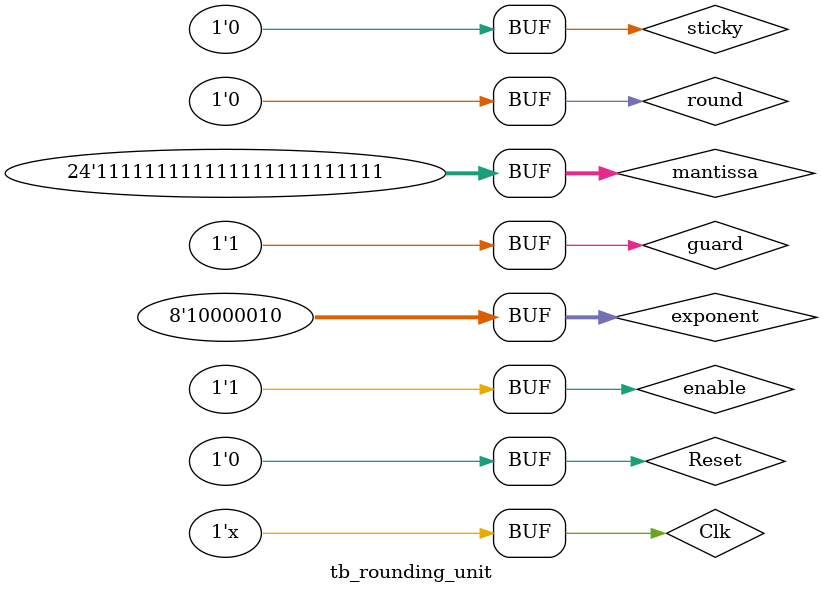
<source format=v>
`timescale 1ns / 1ps


module tb_rounding_unit();

reg Clk,enable,Reset;
reg [23:0]mantissa;
reg [7:0]exponent;
reg guard,round,sticky;

wire [23:0]rounded_mantissa;
wire [7:0]rounded_exponent;

rounding_unit uut(
    .Clk(Clk),
    .enable(enable),
    .Reset(Reset),
    .mantissa(mantissa),
    .exponent(exponent),
    .guard(guard),
    .round(round),
    .sticky(sticky),
    .rounded_mantissa(rounded_mantissa),
    .rounded_exponent(rounded_exponent));
    
always #5 Clk = ~Clk;

initial begin
    Clk = 0;
    enable = 0;
    Reset = 1;
    mantissa = 24'd0;
    exponent = 8'd0;
    guard = 0;
    round = 0;
    sticky = 0;
    
    #10
    Reset = 0;
    enable = 1;
    mantissa = 24'HFFFFF0;
    exponent = 8'd130;
    guard = 0;
    round = 0;
    sticky = 0;
    #50
    Reset  = 1;
    enable = 0;
    #10
    Reset = 0;
    enable = 1;
    guard = 1;
    round = 0;
    sticky = 0;
    
    #50
    Reset  = 1;
    enable = 0;
    #10
    Reset = 0;
    enable = 1;
    mantissa = 24'HFFFFF0;
    guard = 1;
    round = 1;
    sticky = 0;
    
    #50
    Reset  = 1;
    enable = 0;
    #10
    Reset = 0;
    enable = 1;
    mantissa = 24'HFFFFFF;
    guard = 1;
    round = 0;
    sticky = 0;
end    
endmodule

</source>
